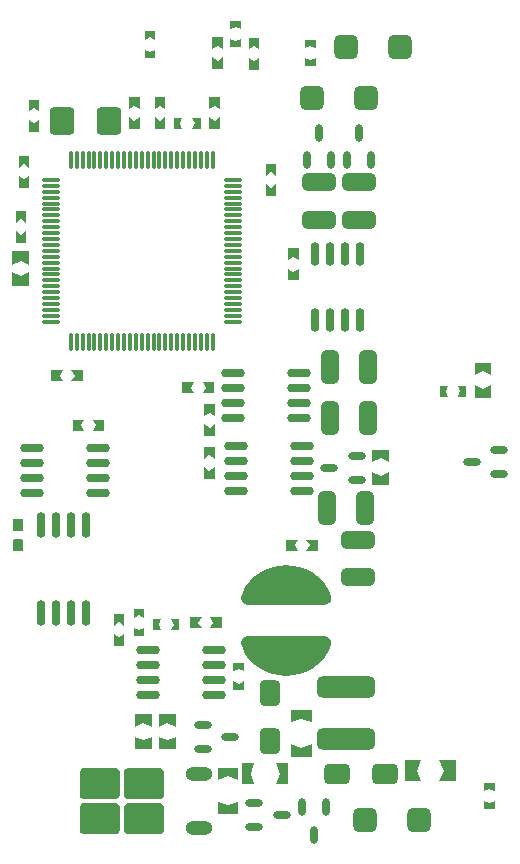
<source format=gtp>
G04 Layer_Color=8421504*
%FSLAX24Y24*%
%MOIN*%
G70*
G01*
G75*
G04:AMPARAMS|DCode=15|XSize=90.6mil|YSize=82.7mil|CornerRadius=12.4mil|HoleSize=0mil|Usage=FLASHONLY|Rotation=270.000|XOffset=0mil|YOffset=0mil|HoleType=Round|Shape=RoundedRectangle|*
%AMROUNDEDRECTD15*
21,1,0.0906,0.0579,0,0,270.0*
21,1,0.0657,0.0827,0,0,270.0*
1,1,0.0248,-0.0289,-0.0329*
1,1,0.0248,-0.0289,0.0329*
1,1,0.0248,0.0289,0.0329*
1,1,0.0248,0.0289,-0.0329*
%
%ADD15ROUNDEDRECTD15*%
%ADD16O,0.0118X0.0630*%
%ADD17O,0.0630X0.0118*%
%ADD19O,0.0800X0.0295*%
%ADD20O,0.0295X0.0850*%
G04:AMPARAMS|DCode=21|XSize=110.2mil|YSize=59.1mil|CornerRadius=14.8mil|HoleSize=0mil|Usage=FLASHONLY|Rotation=90.000|XOffset=0mil|YOffset=0mil|HoleType=Round|Shape=RoundedRectangle|*
%AMROUNDEDRECTD21*
21,1,0.1102,0.0295,0,0,90.0*
21,1,0.0807,0.0591,0,0,90.0*
1,1,0.0295,0.0148,0.0404*
1,1,0.0295,0.0148,-0.0404*
1,1,0.0295,-0.0148,-0.0404*
1,1,0.0295,-0.0148,0.0404*
%
%ADD21ROUNDEDRECTD21*%
%ADD22O,0.0591X0.0281*%
%ADD23O,0.0295X0.0800*%
G04:AMPARAMS|DCode=24|XSize=110.2mil|YSize=59.1mil|CornerRadius=14.8mil|HoleSize=0mil|Usage=FLASHONLY|Rotation=0.000|XOffset=0mil|YOffset=0mil|HoleType=Round|Shape=RoundedRectangle|*
%AMROUNDEDRECTD24*
21,1,0.1102,0.0295,0,0,0.0*
21,1,0.0807,0.0591,0,0,0.0*
1,1,0.0295,0.0404,-0.0148*
1,1,0.0295,-0.0404,-0.0148*
1,1,0.0295,-0.0404,0.0148*
1,1,0.0295,0.0404,0.0148*
%
%ADD24ROUNDEDRECTD24*%
%ADD25O,0.0281X0.0591*%
G04:AMPARAMS|DCode=26|XSize=82.7mil|YSize=78.7mil|CornerRadius=19.7mil|HoleSize=0mil|Usage=FLASHONLY|Rotation=90.000|XOffset=0mil|YOffset=0mil|HoleType=Round|Shape=RoundedRectangle|*
%AMROUNDEDRECTD26*
21,1,0.0827,0.0394,0,0,90.0*
21,1,0.0433,0.0787,0,0,90.0*
1,1,0.0394,0.0197,0.0217*
1,1,0.0394,0.0197,-0.0217*
1,1,0.0394,-0.0197,-0.0217*
1,1,0.0394,-0.0197,0.0217*
%
%ADD26ROUNDEDRECTD26*%
G04:AMPARAMS|DCode=27|XSize=194.9mil|YSize=70.9mil|CornerRadius=17.7mil|HoleSize=0mil|Usage=FLASHONLY|Rotation=0.000|XOffset=0mil|YOffset=0mil|HoleType=Round|Shape=RoundedRectangle|*
%AMROUNDEDRECTD27*
21,1,0.1949,0.0354,0,0,0.0*
21,1,0.1594,0.0709,0,0,0.0*
1,1,0.0354,0.0797,-0.0177*
1,1,0.0354,-0.0797,-0.0177*
1,1,0.0354,-0.0797,0.0177*
1,1,0.0354,0.0797,0.0177*
%
%ADD27ROUNDEDRECTD27*%
G04:AMPARAMS|DCode=28|XSize=86.6mil|YSize=68.9mil|CornerRadius=17.2mil|HoleSize=0mil|Usage=FLASHONLY|Rotation=0.000|XOffset=0mil|YOffset=0mil|HoleType=Round|Shape=RoundedRectangle|*
%AMROUNDEDRECTD28*
21,1,0.0866,0.0344,0,0,0.0*
21,1,0.0522,0.0689,0,0,0.0*
1,1,0.0344,0.0261,-0.0172*
1,1,0.0344,-0.0261,-0.0172*
1,1,0.0344,-0.0261,0.0172*
1,1,0.0344,0.0261,0.0172*
%
%ADD28ROUNDEDRECTD28*%
G04:AMPARAMS|DCode=32|XSize=86.6mil|YSize=68.9mil|CornerRadius=17.2mil|HoleSize=0mil|Usage=FLASHONLY|Rotation=90.000|XOffset=0mil|YOffset=0mil|HoleType=Round|Shape=RoundedRectangle|*
%AMROUNDEDRECTD32*
21,1,0.0866,0.0344,0,0,90.0*
21,1,0.0522,0.0689,0,0,90.0*
1,1,0.0344,0.0172,0.0261*
1,1,0.0344,0.0172,-0.0261*
1,1,0.0344,-0.0172,-0.0261*
1,1,0.0344,-0.0172,0.0261*
%
%ADD32ROUNDEDRECTD32*%
%ADD63O,0.0906X0.0454*%
G36*
X39882Y22904D02*
X39488D01*
X39606Y23081D01*
X39488Y23258D01*
X39882D01*
Y22904D01*
D02*
G37*
G36*
X39094Y23081D02*
X39213Y22904D01*
X38819D01*
Y23258D01*
X39213D01*
X39094Y23081D01*
D02*
G37*
G36*
X36634Y22982D02*
X36457Y23100D01*
X36280Y22982D01*
Y23376D01*
X36634D01*
Y22982D01*
D02*
G37*
G36*
X42250Y24977D02*
X42468Y24933D01*
X42679Y24860D01*
X42878Y24760D01*
X43062Y24634D01*
X43227Y24485D01*
X43230Y24483D01*
X43335Y24356D01*
X43419Y24215D01*
X43480Y24062D01*
X43522Y23928D01*
X43531Y23855D01*
X43512Y23784D01*
X43469Y23725D01*
X43407Y23686D01*
X43334Y23672D01*
X40729D01*
X40654Y23686D01*
X40590Y23726D01*
X40546Y23787D01*
X40526Y23860D01*
X40535Y23936D01*
X40576Y24065D01*
X40636Y24216D01*
X40719Y24356D01*
X40823Y24481D01*
X40828Y24485D01*
X40993Y24634D01*
X41177Y24760D01*
X41376Y24860D01*
X41587Y24933D01*
X41805Y24977D01*
X42028Y24992D01*
X42250Y24977D01*
D02*
G37*
G36*
X37303Y23248D02*
X37126Y23327D01*
X36949Y23248D01*
Y23524D01*
X37303D01*
Y23248D01*
D02*
G37*
G36*
X36634Y22313D02*
X36280D01*
Y22707D01*
X36457Y22589D01*
X36634Y22707D01*
Y22313D01*
D02*
G37*
G36*
X40620Y21456D02*
X40443Y21535D01*
X40266Y21456D01*
Y21732D01*
X40620D01*
Y21456D01*
D02*
G37*
G36*
X37786Y23012D02*
X37864Y22835D01*
X37589D01*
Y23189D01*
X37864D01*
X37786Y23012D01*
D02*
G37*
G36*
X37303Y22638D02*
X36949D01*
Y22914D01*
X37126Y22835D01*
X37303Y22914D01*
Y22638D01*
D02*
G37*
G36*
X38474Y22835D02*
X38199D01*
X38278Y23012D01*
X38199Y23189D01*
X38474D01*
Y22835D01*
D02*
G37*
G36*
X45453Y28425D02*
X45177Y28553D01*
X44902Y28425D01*
Y28839D01*
X45453D01*
Y28425D01*
D02*
G37*
G36*
X39646Y27864D02*
X39291D01*
Y28258D01*
X39469Y28140D01*
X39646Y28258D01*
Y27864D01*
D02*
G37*
G36*
Y28533D02*
X39469Y28652D01*
X39291Y28533D01*
Y28927D01*
X39646D01*
Y28533D01*
D02*
G37*
G36*
X35974Y29478D02*
X35581D01*
X35699Y29656D01*
X35581Y29833D01*
X35974D01*
Y29478D01*
D02*
G37*
G36*
X35187Y29656D02*
X35305Y29478D01*
X34911D01*
Y29833D01*
X35305D01*
X35187Y29656D01*
D02*
G37*
G36*
X42313Y25659D02*
X42431Y25482D01*
X42037D01*
Y25837D01*
X42431D01*
X42313Y25659D01*
D02*
G37*
G36*
X33216Y25869D02*
X33245Y25849D01*
X33265Y25819D01*
X33272Y25784D01*
Y25554D01*
X33265Y25519D01*
X33245Y25489D01*
X33216Y25469D01*
X33181Y25462D01*
X33001D01*
X32965Y25469D01*
X32936Y25489D01*
X32916Y25519D01*
X32909Y25554D01*
Y25784D01*
X32916Y25819D01*
X32936Y25849D01*
X32965Y25869D01*
X33001Y25876D01*
X33181D01*
X33216Y25869D01*
D02*
G37*
G36*
X43100Y25482D02*
X42707D01*
X42825Y25659D01*
X42707Y25837D01*
X43100D01*
Y25482D01*
D02*
G37*
G36*
X45453Y27677D02*
X44902D01*
Y28091D01*
X45177Y27963D01*
X45453Y28091D01*
Y27677D01*
D02*
G37*
G36*
X33216Y26539D02*
X33245Y26519D01*
X33265Y26489D01*
X33272Y26454D01*
Y26224D01*
X33265Y26189D01*
X33245Y26159D01*
X33216Y26139D01*
X33181Y26132D01*
X33001D01*
X32965Y26139D01*
X32936Y26159D01*
X32916Y26189D01*
X32909Y26224D01*
Y26454D01*
X32916Y26489D01*
X32936Y26519D01*
X32965Y26539D01*
X33001Y26546D01*
X33181D01*
X33216Y26539D01*
D02*
G37*
G36*
X40846Y18041D02*
X40965Y17697D01*
X40551D01*
Y18386D01*
X40965D01*
X40846Y18041D01*
D02*
G37*
G36*
X48977Y17467D02*
X48800Y17546D01*
X48623Y17467D01*
Y17743D01*
X48977D01*
Y17467D01*
D02*
G37*
G36*
X42106Y17697D02*
X41693D01*
X41811Y18041D01*
X41693Y18386D01*
X42106D01*
Y17697D01*
D02*
G37*
G36*
X47677Y17785D02*
X47126D01*
X47283Y18140D01*
X47126Y18494D01*
X47677D01*
Y17785D01*
D02*
G37*
G36*
X46378Y18140D02*
X46535Y17785D01*
X45984D01*
Y18494D01*
X46535D01*
X46378Y18140D01*
D02*
G37*
G36*
X36745Y17057D02*
X37845D01*
X37867Y17057D01*
X37907Y17039D01*
X37937Y17008D01*
X37953Y16968D01*
X37953Y16946D01*
X37953Y16946D01*
X37953Y16151D01*
Y16141D01*
X37949Y16121D01*
X37941Y16101D01*
X37929Y16084D01*
X37922Y16076D01*
X37922Y16076D01*
X37914Y16069D01*
X37895Y16056D01*
X37875Y16048D01*
X37853Y16043D01*
X37842Y16043D01*
X37842Y16043D01*
X36743Y16043D01*
X36721Y16043D01*
X36681Y16060D01*
X36650Y16090D01*
X36634Y16130D01*
X36634Y16152D01*
X36634Y16152D01*
X36634Y16949D01*
X36634Y16971D01*
X36651Y17011D01*
X36683Y17041D01*
X36723Y17057D01*
X36745Y17057D01*
D02*
G37*
G36*
X35269D02*
X36369D01*
X36391Y17057D01*
X36431Y17039D01*
X36461Y17008D01*
X36477Y16968D01*
X36477Y16946D01*
X36477Y16946D01*
X36477Y16151D01*
Y16141D01*
X36473Y16121D01*
X36465Y16101D01*
X36453Y16084D01*
X36446Y16076D01*
X36446Y16076D01*
X36438Y16069D01*
X36419Y16056D01*
X36399Y16048D01*
X36377Y16043D01*
X36366Y16043D01*
X36366Y16043D01*
X35267Y16043D01*
X35245Y16043D01*
X35205Y16060D01*
X35174Y16090D01*
X35158Y16130D01*
X35158Y16152D01*
X35158Y16152D01*
X35158Y16949D01*
X35158Y16971D01*
X35175Y17011D01*
X35207Y17041D01*
X35247Y17057D01*
X35269Y17057D01*
D02*
G37*
G36*
X40433Y16693D02*
X39744D01*
Y17106D01*
X40089Y16988D01*
X40433Y17106D01*
Y16693D01*
D02*
G37*
G36*
X35269Y18228D02*
X36369D01*
X36391Y18227D01*
X36431Y18210D01*
X36461Y18179D01*
X36477Y18138D01*
X36477Y18117D01*
X36477Y18117D01*
X36477Y17322D01*
Y17312D01*
X36473Y17291D01*
X36465Y17272D01*
X36453Y17254D01*
X36446Y17247D01*
X36446Y17247D01*
X36438Y17239D01*
X36419Y17227D01*
X36399Y17218D01*
X36377Y17214D01*
X36366Y17214D01*
X36366Y17214D01*
X35267Y17214D01*
X35245Y17214D01*
X35205Y17230D01*
X35174Y17261D01*
X35158Y17301D01*
X35158Y17323D01*
X35158Y17323D01*
X35158Y18120D01*
X35158Y18142D01*
X35175Y18182D01*
X35207Y18212D01*
X35247Y18228D01*
X35269Y18228D01*
D02*
G37*
G36*
X48977Y16857D02*
X48623D01*
Y17133D01*
X48800Y17054D01*
X48977Y17133D01*
Y16857D01*
D02*
G37*
G36*
X38346Y19616D02*
X38071Y19744D01*
X37795Y19616D01*
Y20030D01*
X38346D01*
Y19616D01*
D02*
G37*
G36*
X37549D02*
X37274Y19744D01*
X36998Y19616D01*
Y20030D01*
X37549D01*
Y19616D01*
D02*
G37*
G36*
X42884Y19754D02*
X42539Y19872D01*
X42195Y19754D01*
Y20167D01*
X42884D01*
Y19754D01*
D02*
G37*
G36*
X43401Y22613D02*
X43465Y22573D01*
X43509Y22512D01*
X43529Y22439D01*
X43520Y22364D01*
X43480Y22234D01*
X43419Y22083D01*
X43336Y21944D01*
X43232Y21819D01*
X43227Y21814D01*
X43062Y21665D01*
X42878Y21539D01*
X42679Y21439D01*
X42468Y21366D01*
X42250Y21322D01*
X42028Y21307D01*
X41805Y21322D01*
X41587Y21366D01*
X41376Y21439D01*
X41177Y21539D01*
X40993Y21665D01*
X40828Y21814D01*
X40825Y21816D01*
X40720Y21943D01*
X40636Y22084D01*
X40575Y22237D01*
X40533Y22371D01*
X40524Y22444D01*
X40543Y22515D01*
X40586Y22574D01*
X40649Y22613D01*
X40721Y22627D01*
X43326D01*
X43401Y22613D01*
D02*
G37*
G36*
X40620Y20846D02*
X40266D01*
Y21122D01*
X40443Y21043D01*
X40620Y21122D01*
Y20846D01*
D02*
G37*
G36*
X37906Y18211D02*
X37937Y18181D01*
X37953Y18141D01*
X37953Y18119D01*
X37953Y18119D01*
X37953Y17322D01*
X37953Y17300D01*
X37936Y17260D01*
X37904Y17230D01*
X37864Y17214D01*
X37842Y17214D01*
X37842Y17214D01*
X36742Y17214D01*
X36720Y17215D01*
X36680Y17232D01*
X36650Y17263D01*
X36634Y17303D01*
X36634Y17325D01*
X36634Y18120D01*
Y18130D01*
X36638Y18151D01*
X36646Y18170D01*
X36658Y18187D01*
X36665Y18195D01*
X36665Y18195D01*
X36673Y18203D01*
X36692Y18215D01*
X36712Y18224D01*
X36734Y18228D01*
X36745Y18228D01*
X36745Y18228D01*
X37844Y18228D01*
X37866Y18228D01*
X37906Y18211D01*
D02*
G37*
G36*
X40433Y17835D02*
X40089Y17953D01*
X39744Y17835D01*
Y18248D01*
X40433D01*
Y17835D01*
D02*
G37*
G36*
X42884Y18612D02*
X42195D01*
Y19026D01*
X42539Y18907D01*
X42884Y19026D01*
Y18612D01*
D02*
G37*
G36*
X38346Y18868D02*
X37795D01*
Y19282D01*
X38071Y19154D01*
X38346Y19282D01*
Y18868D01*
D02*
G37*
G36*
X37549D02*
X36998D01*
Y19282D01*
X37274Y19154D01*
X37549Y19282D01*
Y18868D01*
D02*
G37*
G36*
X33799Y40118D02*
X33622Y40236D01*
X33445Y40118D01*
Y40512D01*
X33799D01*
Y40118D01*
D02*
G37*
G36*
X39823Y39528D02*
X39469D01*
Y39921D01*
X39646Y39803D01*
X39823Y39921D01*
Y39528D01*
D02*
G37*
G36*
X37146Y40197D02*
X36969Y40315D01*
X36791Y40197D01*
Y40591D01*
X37146D01*
Y40197D01*
D02*
G37*
G36*
X39823D02*
X39646Y40315D01*
X39469Y40197D01*
Y40591D01*
X39823D01*
Y40197D01*
D02*
G37*
G36*
X38002D02*
X37825Y40315D01*
X37648Y40197D01*
Y40591D01*
X38002D01*
Y40197D01*
D02*
G37*
G36*
X39183Y39547D02*
X38907D01*
X38986Y39724D01*
X38907Y39902D01*
X39183D01*
Y39547D01*
D02*
G37*
G36*
X38494Y39724D02*
X38573Y39547D01*
X38297D01*
Y39902D01*
X38573D01*
X38494Y39724D01*
D02*
G37*
G36*
X33799Y39449D02*
X33445D01*
Y39843D01*
X33622Y39724D01*
X33799Y39843D01*
Y39449D01*
D02*
G37*
G36*
X38002Y39528D02*
X37648D01*
Y39921D01*
X37825Y39803D01*
X38002Y39921D01*
Y39528D01*
D02*
G37*
G36*
X37146D02*
X36791D01*
Y39921D01*
X36969Y39803D01*
X37146Y39921D01*
Y39528D01*
D02*
G37*
G36*
X43012Y42234D02*
X42835Y42313D01*
X42657Y42234D01*
Y42510D01*
X43012D01*
Y42234D01*
D02*
G37*
G36*
X39921Y42195D02*
X39744Y42313D01*
X39567Y42195D01*
Y42589D01*
X39921D01*
Y42195D01*
D02*
G37*
G36*
X40522Y42254D02*
X40167D01*
Y42530D01*
X40344Y42451D01*
X40522Y42530D01*
Y42254D01*
D02*
G37*
G36*
Y42864D02*
X40344Y42943D01*
X40167Y42864D01*
Y43140D01*
X40522D01*
Y42864D01*
D02*
G37*
G36*
X37667Y42510D02*
X37490Y42588D01*
X37313Y42510D01*
Y42785D01*
X37667D01*
Y42510D01*
D02*
G37*
G36*
X39921Y41526D02*
X39567D01*
Y41919D01*
X39744Y41801D01*
X39921Y41919D01*
Y41526D01*
D02*
G37*
G36*
X41132Y41516D02*
X40778D01*
Y41909D01*
X40955Y41791D01*
X41132Y41909D01*
Y41516D01*
D02*
G37*
G36*
X43012Y41624D02*
X42657D01*
Y41900D01*
X42835Y41821D01*
X43012Y41900D01*
Y41624D01*
D02*
G37*
G36*
X41132Y42185D02*
X40955Y42303D01*
X40778Y42185D01*
Y42579D01*
X41132D01*
Y42185D01*
D02*
G37*
G36*
X37667Y41900D02*
X37313D01*
Y42175D01*
X37490Y42096D01*
X37667Y42175D01*
Y41900D01*
D02*
G37*
G36*
X48868Y30581D02*
X48317D01*
Y30994D01*
X48593Y30866D01*
X48868Y30994D01*
Y30581D01*
D02*
G37*
G36*
X39636Y30738D02*
X39242D01*
X39360Y30915D01*
X39242Y31093D01*
X39636D01*
Y30738D01*
D02*
G37*
G36*
X34478Y31309D02*
X34596Y31132D01*
X34203D01*
Y31486D01*
X34596D01*
X34478Y31309D01*
D02*
G37*
G36*
X48868Y31329D02*
X48593Y31457D01*
X48317Y31329D01*
Y31742D01*
X48868D01*
Y31329D01*
D02*
G37*
G36*
X35266Y31132D02*
X34872D01*
X34990Y31309D01*
X34872Y31486D01*
X35266D01*
Y31132D01*
D02*
G37*
G36*
X39656Y29961D02*
X39478Y30079D01*
X39301Y29961D01*
Y30354D01*
X39656D01*
Y29961D01*
D02*
G37*
G36*
Y29291D02*
X39301D01*
Y29685D01*
X39478Y29567D01*
X39656Y29685D01*
Y29291D01*
D02*
G37*
G36*
X47343Y30787D02*
X47421Y30610D01*
X47146D01*
Y30965D01*
X47421D01*
X47343Y30787D01*
D02*
G37*
G36*
X38848Y30915D02*
X38967Y30738D01*
X38573D01*
Y31093D01*
X38967D01*
X38848Y30915D01*
D02*
G37*
G36*
X48031Y30610D02*
X47756D01*
X47834Y30787D01*
X47756Y30965D01*
X48031D01*
Y30610D01*
D02*
G37*
G36*
X41703Y37303D02*
X41348D01*
Y37697D01*
X41526Y37579D01*
X41703Y37697D01*
Y37303D01*
D02*
G37*
G36*
X33366Y36407D02*
X33189Y36526D01*
X33012Y36407D01*
Y36801D01*
X33366D01*
Y36407D01*
D02*
G37*
G36*
X33474Y37579D02*
X33120D01*
Y37972D01*
X33297Y37854D01*
X33474Y37972D01*
Y37579D01*
D02*
G37*
G36*
Y38248D02*
X33297Y38366D01*
X33120Y38248D01*
Y38642D01*
X33474D01*
Y38248D01*
D02*
G37*
G36*
X41703Y37972D02*
X41526Y38091D01*
X41348Y37972D01*
Y38366D01*
X41703D01*
Y37972D01*
D02*
G37*
G36*
X42441Y34488D02*
X42087D01*
Y34882D01*
X42264Y34764D01*
X42441Y34882D01*
Y34488D01*
D02*
G37*
G36*
X33474Y34301D02*
X32904D01*
Y34754D01*
X33189Y34626D01*
X33474Y34754D01*
Y34301D01*
D02*
G37*
G36*
Y35010D02*
X33189Y35138D01*
X32904Y35010D01*
Y35463D01*
X33474D01*
Y35010D01*
D02*
G37*
G36*
X33366Y35738D02*
X33012D01*
Y36132D01*
X33189Y36014D01*
X33366Y36132D01*
Y35738D01*
D02*
G37*
G36*
X42441Y35157D02*
X42264Y35276D01*
X42087Y35157D01*
Y35551D01*
X42441D01*
Y35157D01*
D02*
G37*
D15*
X34547Y39803D02*
D03*
X36122D02*
D03*
D16*
X37215Y32441D02*
D03*
Y38504D02*
D03*
X39577Y32441D02*
D03*
X39380D02*
D03*
X39183D02*
D03*
X38986D02*
D03*
X38789D02*
D03*
X38593D02*
D03*
X38396D02*
D03*
X38199D02*
D03*
X38002D02*
D03*
X37805D02*
D03*
X37608D02*
D03*
X37411D02*
D03*
X37018D02*
D03*
X36821D02*
D03*
X36624D02*
D03*
X36427D02*
D03*
X36230D02*
D03*
X36033D02*
D03*
X35837D02*
D03*
X35640D02*
D03*
X35443D02*
D03*
X35246D02*
D03*
X35049D02*
D03*
X34852D02*
D03*
X37411Y38504D02*
D03*
X37608D02*
D03*
X37805D02*
D03*
X38002D02*
D03*
X38199D02*
D03*
X38396D02*
D03*
X38593D02*
D03*
X38789D02*
D03*
X38986D02*
D03*
X39183D02*
D03*
X39380D02*
D03*
X39577D02*
D03*
X34852D02*
D03*
X35049D02*
D03*
X35246D02*
D03*
X35443D02*
D03*
X35640D02*
D03*
X35837D02*
D03*
X36033D02*
D03*
X36230D02*
D03*
X36427D02*
D03*
X36624D02*
D03*
X36821D02*
D03*
X37018D02*
D03*
D17*
X40246Y35472D02*
D03*
X34183D02*
D03*
X40246Y35276D02*
D03*
Y35079D02*
D03*
Y34882D02*
D03*
Y34685D02*
D03*
Y34488D02*
D03*
Y34291D02*
D03*
Y34094D02*
D03*
Y33898D02*
D03*
Y33701D02*
D03*
Y33504D02*
D03*
Y33307D02*
D03*
Y33110D02*
D03*
X34183D02*
D03*
Y33307D02*
D03*
Y33504D02*
D03*
Y33701D02*
D03*
Y33898D02*
D03*
Y34094D02*
D03*
Y34291D02*
D03*
Y34488D02*
D03*
Y34685D02*
D03*
Y34882D02*
D03*
Y35079D02*
D03*
Y35276D02*
D03*
X40246Y37835D02*
D03*
Y37638D02*
D03*
Y37441D02*
D03*
Y37244D02*
D03*
Y37047D02*
D03*
Y36850D02*
D03*
Y36654D02*
D03*
Y36457D02*
D03*
Y36260D02*
D03*
Y36063D02*
D03*
Y35866D02*
D03*
Y35669D02*
D03*
X34183D02*
D03*
Y35866D02*
D03*
Y36063D02*
D03*
Y36260D02*
D03*
Y36457D02*
D03*
Y36654D02*
D03*
Y36850D02*
D03*
Y37047D02*
D03*
Y37244D02*
D03*
Y37441D02*
D03*
Y37638D02*
D03*
Y37835D02*
D03*
D19*
X33573Y28896D02*
D03*
Y28396D02*
D03*
X35773D02*
D03*
Y28896D02*
D03*
X33573Y27396D02*
D03*
X35773D02*
D03*
X33573Y27896D02*
D03*
X35773D02*
D03*
X40270Y31411D02*
D03*
Y30911D02*
D03*
X42470D02*
D03*
Y31411D02*
D03*
X40270Y29911D02*
D03*
X42470D02*
D03*
X40270Y30411D02*
D03*
X42470D02*
D03*
X40364Y28980D02*
D03*
Y28480D02*
D03*
X42564D02*
D03*
Y28980D02*
D03*
X40364Y27480D02*
D03*
X42564D02*
D03*
X40364Y27980D02*
D03*
X42564D02*
D03*
X39611Y20652D02*
D03*
Y21152D02*
D03*
X37411D02*
D03*
Y20652D02*
D03*
X39611Y22152D02*
D03*
X37411D02*
D03*
X39611Y21652D02*
D03*
X37411D02*
D03*
D20*
X34864Y26339D02*
D03*
Y23389D02*
D03*
X33864Y26339D02*
D03*
X34364D02*
D03*
X35364D02*
D03*
X33864Y23389D02*
D03*
X34364D02*
D03*
X35364D02*
D03*
D21*
X44646Y26890D02*
D03*
X43386D02*
D03*
X44754Y31594D02*
D03*
X43494D02*
D03*
X44754Y29902D02*
D03*
X43494D02*
D03*
D22*
X48218Y28445D02*
D03*
X49128Y28845D02*
D03*
Y28045D02*
D03*
X43470Y28244D02*
D03*
X44380Y28644D02*
D03*
Y27844D02*
D03*
X41884Y16657D02*
D03*
X40974Y16257D02*
D03*
Y17057D02*
D03*
X40167Y19282D02*
D03*
X39257Y18881D02*
D03*
Y19682D02*
D03*
D23*
X42998Y33159D02*
D03*
X43498D02*
D03*
Y35359D02*
D03*
X42998D02*
D03*
X44498Y33159D02*
D03*
Y35359D02*
D03*
X43998Y33159D02*
D03*
Y35359D02*
D03*
D24*
X43140Y36506D02*
D03*
Y37766D02*
D03*
X44459Y36506D02*
D03*
Y37766D02*
D03*
X44409Y24587D02*
D03*
Y25846D02*
D03*
D25*
X44455Y39404D02*
D03*
X44055Y38494D02*
D03*
X44855D02*
D03*
X43136Y39404D02*
D03*
X42736Y38494D02*
D03*
X43536D02*
D03*
X42972Y16014D02*
D03*
X42572Y16924D02*
D03*
X43372D02*
D03*
D26*
X42894Y40581D02*
D03*
X44705D02*
D03*
X45827Y42264D02*
D03*
X44016D02*
D03*
X46467Y16486D02*
D03*
X44656D02*
D03*
D27*
X44026Y20935D02*
D03*
Y19203D02*
D03*
D28*
X43720Y18041D02*
D03*
X45335D02*
D03*
D32*
X41476Y19134D02*
D03*
Y20748D02*
D03*
D63*
X39114Y16238D02*
D03*
Y18033D02*
D03*
M02*

</source>
